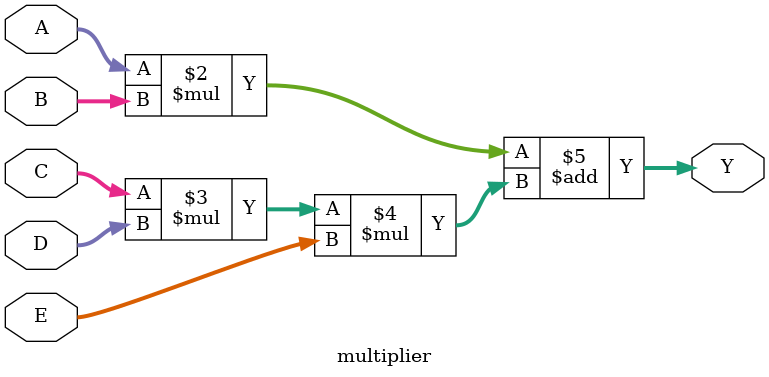
<source format=v>
module multiplier(
    input [7:0] A,
    input [7:0] B,
    input [7:0] C,
    input [7:0] D,
    input [7:0] E,
    output reg [15:0] Y
);

    always @(*) begin
        Y = (A * B) + (C * D * E);
    end

endmodule
</source>
